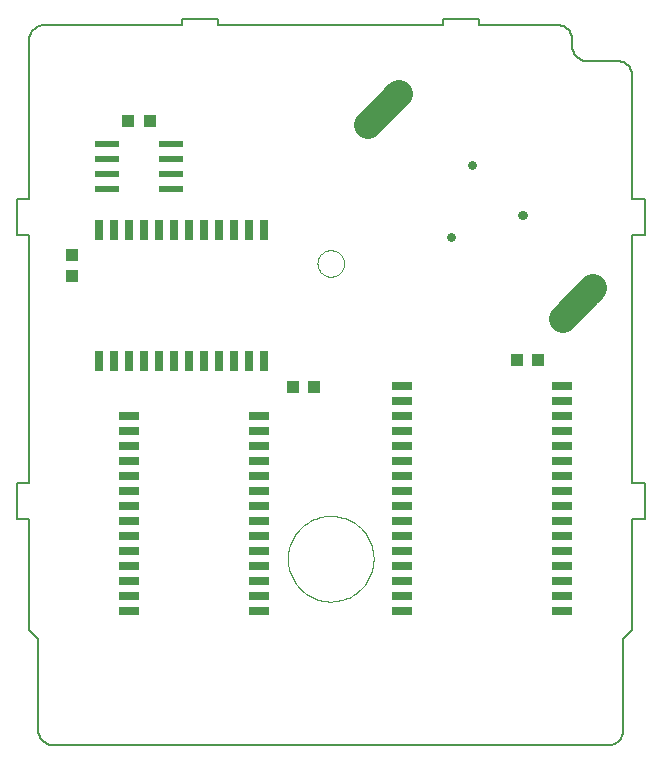
<source format=gtp>
G75*
G70*
%OFA0B0*%
%FSLAX24Y24*%
%IPPOS*%
%LPD*%
%AMOC8*
5,1,8,0,0,1.08239X$1,22.5*
%
%ADD10C,0.0050*%
%ADD11C,0.0000*%
%ADD12C,0.0945*%
%ADD13C,0.0295*%
%ADD14R,0.0709X0.0295*%
%ADD15R,0.0295X0.0709*%
%ADD16R,0.0810X0.0240*%
%ADD17R,0.0394X0.0433*%
%ADD18R,0.0433X0.0394*%
D10*
X000875Y001427D02*
X000875Y004477D01*
X000575Y004777D01*
X000575Y008477D01*
X000150Y008477D01*
X000150Y009677D01*
X000575Y009677D01*
X000575Y017927D01*
X000150Y017927D01*
X000150Y019127D01*
X000575Y019127D01*
X000575Y024427D01*
X000577Y024471D01*
X000583Y024514D01*
X000592Y024556D01*
X000605Y024598D01*
X000622Y024638D01*
X000642Y024677D01*
X000665Y024714D01*
X000692Y024748D01*
X000721Y024781D01*
X000754Y024810D01*
X000788Y024837D01*
X000825Y024860D01*
X000864Y024880D01*
X000904Y024897D01*
X000946Y024910D01*
X000988Y024919D01*
X001031Y024925D01*
X001075Y024927D01*
X005675Y024927D01*
X005675Y025127D01*
X006875Y025127D01*
X006875Y024927D01*
X014375Y024927D01*
X014375Y025127D01*
X015575Y025127D01*
X015575Y024927D01*
X018175Y024927D01*
X018219Y024925D01*
X018262Y024919D01*
X018304Y024910D01*
X018346Y024897D01*
X018386Y024880D01*
X018425Y024860D01*
X018462Y024837D01*
X018496Y024810D01*
X018529Y024781D01*
X018558Y024748D01*
X018585Y024714D01*
X018608Y024677D01*
X018628Y024638D01*
X018645Y024598D01*
X018658Y024556D01*
X018667Y024514D01*
X018673Y024471D01*
X018675Y024427D01*
X018675Y024227D01*
X018677Y024183D01*
X018683Y024140D01*
X018692Y024098D01*
X018705Y024056D01*
X018722Y024016D01*
X018742Y023977D01*
X018765Y023940D01*
X018792Y023906D01*
X018821Y023873D01*
X018854Y023844D01*
X018888Y023817D01*
X018925Y023794D01*
X018964Y023774D01*
X019004Y023757D01*
X019046Y023744D01*
X019088Y023735D01*
X019131Y023729D01*
X019175Y023727D01*
X020175Y023727D01*
X020219Y023725D01*
X020262Y023719D01*
X020304Y023710D01*
X020346Y023697D01*
X020386Y023680D01*
X020425Y023660D01*
X020462Y023637D01*
X020496Y023610D01*
X020529Y023581D01*
X020558Y023548D01*
X020585Y023514D01*
X020608Y023477D01*
X020628Y023438D01*
X020645Y023398D01*
X020658Y023356D01*
X020667Y023314D01*
X020673Y023271D01*
X020675Y023227D01*
X020675Y019127D01*
X021100Y019127D01*
X021100Y017927D01*
X020675Y017927D01*
X020675Y009677D01*
X021100Y009677D01*
X021100Y008477D01*
X020675Y008477D01*
X020675Y004777D01*
X020375Y004477D01*
X020375Y001427D01*
X020373Y001383D01*
X020367Y001340D01*
X020358Y001298D01*
X020345Y001256D01*
X020328Y001216D01*
X020308Y001177D01*
X020285Y001140D01*
X020258Y001106D01*
X020229Y001073D01*
X020196Y001044D01*
X020162Y001017D01*
X020125Y000994D01*
X020086Y000974D01*
X020046Y000957D01*
X020004Y000944D01*
X019962Y000935D01*
X019919Y000929D01*
X019875Y000927D01*
X001375Y000927D01*
X001331Y000929D01*
X001288Y000935D01*
X001246Y000944D01*
X001204Y000957D01*
X001164Y000974D01*
X001125Y000994D01*
X001088Y001017D01*
X001054Y001044D01*
X001021Y001073D01*
X000992Y001106D01*
X000965Y001140D01*
X000942Y001177D01*
X000922Y001216D01*
X000905Y001256D01*
X000892Y001298D01*
X000883Y001340D01*
X000877Y001383D01*
X000875Y001427D01*
D11*
X009198Y007138D02*
X009200Y007213D01*
X009206Y007288D01*
X009216Y007363D01*
X009230Y007437D01*
X009247Y007510D01*
X009269Y007583D01*
X009294Y007653D01*
X009323Y007723D01*
X009356Y007791D01*
X009392Y007857D01*
X009432Y007921D01*
X009475Y007983D01*
X009521Y008042D01*
X009570Y008099D01*
X009623Y008154D01*
X009678Y008205D01*
X009735Y008254D01*
X009795Y008299D01*
X009858Y008341D01*
X009922Y008380D01*
X009989Y008415D01*
X010057Y008447D01*
X010127Y008475D01*
X010198Y008500D01*
X010271Y008520D01*
X010344Y008537D01*
X010419Y008550D01*
X010493Y008559D01*
X010569Y008564D01*
X010644Y008565D01*
X010719Y008562D01*
X010794Y008555D01*
X010869Y008544D01*
X010943Y008529D01*
X011016Y008511D01*
X011087Y008488D01*
X011158Y008462D01*
X011227Y008432D01*
X011295Y008398D01*
X011360Y008361D01*
X011424Y008321D01*
X011485Y008277D01*
X011544Y008230D01*
X011600Y008180D01*
X011654Y008127D01*
X011705Y008071D01*
X011752Y008013D01*
X011797Y007952D01*
X011838Y007889D01*
X011876Y007824D01*
X011911Y007757D01*
X011942Y007688D01*
X011969Y007618D01*
X011992Y007547D01*
X012012Y007474D01*
X012028Y007400D01*
X012040Y007326D01*
X012048Y007251D01*
X012052Y007176D01*
X012052Y007100D01*
X012048Y007025D01*
X012040Y006950D01*
X012028Y006876D01*
X012012Y006802D01*
X011992Y006729D01*
X011969Y006658D01*
X011942Y006588D01*
X011911Y006519D01*
X011876Y006452D01*
X011838Y006387D01*
X011797Y006324D01*
X011752Y006263D01*
X011705Y006205D01*
X011654Y006149D01*
X011600Y006096D01*
X011544Y006046D01*
X011485Y005999D01*
X011424Y005955D01*
X011360Y005915D01*
X011295Y005878D01*
X011227Y005844D01*
X011158Y005814D01*
X011087Y005788D01*
X011016Y005765D01*
X010943Y005747D01*
X010869Y005732D01*
X010794Y005721D01*
X010719Y005714D01*
X010644Y005711D01*
X010569Y005712D01*
X010493Y005717D01*
X010419Y005726D01*
X010344Y005739D01*
X010271Y005756D01*
X010198Y005776D01*
X010127Y005801D01*
X010057Y005829D01*
X009989Y005861D01*
X009922Y005896D01*
X009858Y005935D01*
X009795Y005977D01*
X009735Y006022D01*
X009678Y006071D01*
X009623Y006122D01*
X009570Y006177D01*
X009521Y006234D01*
X009475Y006293D01*
X009432Y006355D01*
X009392Y006419D01*
X009356Y006485D01*
X009323Y006553D01*
X009294Y006623D01*
X009269Y006693D01*
X009247Y006766D01*
X009230Y006839D01*
X009216Y006913D01*
X009206Y006988D01*
X009200Y007063D01*
X009198Y007138D01*
X010182Y016979D02*
X010184Y017020D01*
X010190Y017062D01*
X010199Y017102D01*
X010213Y017141D01*
X010230Y017179D01*
X010250Y017215D01*
X010274Y017249D01*
X010301Y017281D01*
X010331Y017310D01*
X010363Y017336D01*
X010398Y017359D01*
X010434Y017379D01*
X010472Y017395D01*
X010512Y017407D01*
X010553Y017416D01*
X010594Y017421D01*
X010635Y017422D01*
X010677Y017419D01*
X010718Y017412D01*
X010758Y017402D01*
X010797Y017387D01*
X010834Y017369D01*
X010870Y017348D01*
X010904Y017323D01*
X010935Y017296D01*
X010963Y017266D01*
X010988Y017233D01*
X011010Y017197D01*
X011029Y017160D01*
X011044Y017122D01*
X011056Y017082D01*
X011064Y017041D01*
X011068Y017000D01*
X011068Y016958D01*
X011064Y016917D01*
X011056Y016876D01*
X011044Y016836D01*
X011029Y016798D01*
X011010Y016761D01*
X010988Y016725D01*
X010963Y016692D01*
X010935Y016662D01*
X010904Y016635D01*
X010870Y016610D01*
X010834Y016589D01*
X010797Y016571D01*
X010758Y016556D01*
X010718Y016546D01*
X010677Y016539D01*
X010635Y016536D01*
X010594Y016537D01*
X010553Y016542D01*
X010512Y016551D01*
X010472Y016563D01*
X010434Y016579D01*
X010398Y016599D01*
X010363Y016622D01*
X010331Y016648D01*
X010301Y016677D01*
X010274Y016709D01*
X010250Y016743D01*
X010230Y016779D01*
X010213Y016817D01*
X010199Y016856D01*
X010190Y016896D01*
X010184Y016938D01*
X010182Y016979D01*
D12*
X011867Y021606D02*
X011867Y021606D01*
X012897Y022636D01*
X012897Y022636D01*
X011867Y021606D01*
X012811Y022550D02*
X012811Y022550D01*
X018353Y015119D02*
X018353Y015119D01*
X019383Y016149D01*
X019383Y016149D01*
X018353Y015119D01*
X019297Y016063D02*
X019297Y016063D01*
D13*
X017017Y018599D02*
X017019Y018599D01*
X017018Y018598D01*
X017017Y018597D01*
X017016Y018598D01*
X017015Y018599D01*
X017016Y018600D01*
X017017Y018601D01*
X017018Y018600D01*
X017019Y018599D01*
X015347Y020269D02*
X015349Y020269D01*
X015348Y020268D01*
X015347Y020267D01*
X015346Y020268D01*
X015345Y020269D01*
X015346Y020270D01*
X015347Y020271D01*
X015348Y020270D01*
X015349Y020269D01*
X014621Y017873D02*
X014623Y017873D01*
X014622Y017872D01*
X014621Y017871D01*
X014620Y017872D01*
X014619Y017873D01*
X014620Y017874D01*
X014621Y017875D01*
X014622Y017874D01*
X014623Y017873D01*
D14*
X013002Y012902D03*
X013002Y012402D03*
X013002Y011902D03*
X013002Y011402D03*
X013002Y010902D03*
X013002Y010402D03*
X013002Y009902D03*
X013002Y009402D03*
X013002Y008902D03*
X013002Y008402D03*
X013002Y007902D03*
X013002Y007402D03*
X013002Y006902D03*
X013002Y006402D03*
X013002Y005902D03*
X013002Y005402D03*
X008248Y005407D03*
X008248Y005907D03*
X008248Y006407D03*
X008248Y006907D03*
X008248Y007407D03*
X008248Y007907D03*
X008248Y008407D03*
X008248Y008907D03*
X008248Y009407D03*
X008248Y009907D03*
X008248Y010407D03*
X008248Y010907D03*
X008248Y011407D03*
X008248Y011907D03*
X003902Y011907D03*
X003902Y011407D03*
X003902Y010907D03*
X003902Y010407D03*
X003902Y009907D03*
X003902Y009407D03*
X003902Y008907D03*
X003902Y008407D03*
X003902Y007907D03*
X003902Y007407D03*
X003902Y006907D03*
X003902Y006407D03*
X003902Y005907D03*
X003902Y005407D03*
X018348Y005402D03*
X018348Y005902D03*
X018348Y006402D03*
X018348Y006902D03*
X018348Y007402D03*
X018348Y007902D03*
X018348Y008402D03*
X018348Y008902D03*
X018348Y009402D03*
X018348Y009902D03*
X018348Y010402D03*
X018348Y010902D03*
X018348Y011402D03*
X018348Y011902D03*
X018348Y012402D03*
X018348Y012902D03*
D15*
X008415Y013734D03*
X007915Y013734D03*
X007415Y013734D03*
X006915Y013734D03*
X006415Y013734D03*
X005915Y013734D03*
X005415Y013734D03*
X004915Y013734D03*
X004415Y013734D03*
X003915Y013734D03*
X003415Y013734D03*
X002915Y013734D03*
X002915Y018081D03*
X003415Y018081D03*
X003915Y018081D03*
X004415Y018081D03*
X004915Y018081D03*
X005415Y018081D03*
X005915Y018081D03*
X006415Y018081D03*
X006915Y018081D03*
X007415Y018081D03*
X007915Y018081D03*
X008415Y018081D03*
D16*
X005295Y019447D03*
X005295Y019947D03*
X005295Y020447D03*
X005295Y020947D03*
X003175Y020947D03*
X003175Y020447D03*
X003175Y019947D03*
X003175Y019447D03*
D17*
X003880Y021727D03*
X004590Y021727D03*
X009360Y012857D03*
X010070Y012857D03*
X016835Y013752D03*
X017545Y013752D03*
D18*
X002015Y016568D03*
X002015Y017277D03*
M02*

</source>
